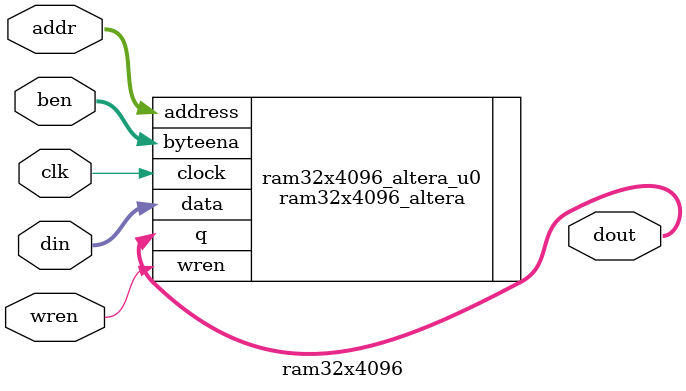
<source format=v>




module  ram32x4096(
        clk,
    //SRAM interface
        addr,
        dout,
        din,
        ben,
        wren
        );

//-----------------------------------------------------------//
//                          PARAMETERS                       //
//-----------------------------------------------------------//


//-----------------------------------------------------------//
//                      INPUTS/OUTPUTS                       //
//-----------------------------------------------------------//  
input               clk;

output  [31:0]      dout;
input   [11:0]      addr;
input   [31:0]      din;
input   [3 :0]      ben;
input               wren;


`ifndef ALTERA
`define ALTERA
`endif


//Altera model
`ifdef ALTERA
ram32x4096_altera ram32x4096_altera_u0 (
                      .address ( addr      ),
                      .byteena ( ben       ),
                      .clock   ( clk       ),
                      .data    ( din       ),
                      .wren    ( wren      ),
                      .q       ( dout      )
                      );

					  
//Xilinx model                      
`elsif  XILINX
wire [3:0] wea = wren ? ben : 4'b0;
ram32x4096_xilinx ram32x4096_xilinx_u0 (
                      .clka    ( clk       ),
                      .ena     ( 1'b1      ),
                      .wea     ( wea       ),
                      .addra   ( addr      ),
                      .dina    ( din       ),
                      .douta   ( dout      )
                      );

//behavioural model					  
`else

reg [31:0]     dout;

reg [7:0]      ram_memory0[0 : 4095];
reg [7:0]      ram_memory1[0 : 4095];
reg [7:0]      ram_memory2[0 : 4095];
reg [7:0]      ram_memory3[0 : 4095];


//ram read
always @ (posedge clk )
begin
    if(!wren)
      case (ben)
      4'b0000 : dout <= {32{1'bx}};
      4'b0001 : dout <= {{24{1'bx}}, ram_memory0[addr]};
      4'b0010 : dout <= {{16{1'bx}}, ram_memory1[addr],{8{1'bx}}};
      4'b0100 : dout <= {{8{1'bx}}, ram_memory2[addr],{16{1'bx}}};
      4'b1000 : dout <= {ram_memory3[addr],{24{1'bx}}};
      4'b0011 : dout <= {{16{1'bx}}, ram_memory1[addr], ram_memory0[addr]};
      4'b1100 : dout <= {ram_memory3[addr], ram_memory2[addr],{16{1'bx}}};
      4'b1111 : dout <= {ram_memory3[addr], ram_memory2[addr],
                         ram_memory1[addr], ram_memory0[addr]}; 
      default : dout <= {32{1'bx}};
      endcase
end

//ram write
always @ (posedge clk )
begin
    if(wren)
      case (ben)
      4'b0001 :  ram_memory0[addr] <= din[7:0];
      4'b0010 :  ram_memory1[addr] <= din[15:8];
      4'b0100 :  ram_memory2[addr] <= din[23:16];
      4'b1000 :  ram_memory3[addr] <= din[31:24];
      4'b0011 : {ram_memory1[addr], ram_memory0[addr]} <= din[15:0];
      4'b1100 : {ram_memory3[addr], ram_memory2[addr]} <= din[31:24];
      4'b1111 : {ram_memory3[addr], ram_memory2[addr], 
                 ram_memory1[addr], ram_memory0[addr]} <= din;
      default : ;
      endcase
end
`endif

endmodule

</source>
